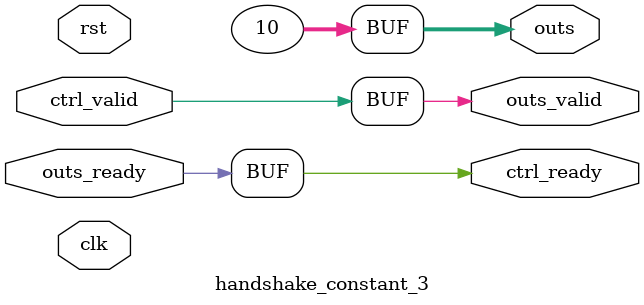
<source format=v>
`timescale 1ns / 1ps
module handshake_constant_3 #(
  parameter DATA_WIDTH = 32  // Default set to 32 bits
) (
  input                       clk,
  input                       rst,
  // Input Channel
  input                       ctrl_valid,
  output                      ctrl_ready,
  // Output Channel
  output [DATA_WIDTH - 1 : 0] outs,
  output                      outs_valid,
  input                       outs_ready
);
  assign outs       = 5'b01010;
  assign outs_valid = ctrl_valid;
  assign ctrl_ready = outs_ready;

endmodule

</source>
